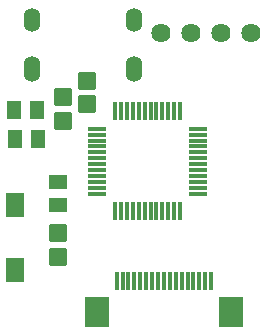
<source format=gts>
G04 Layer: TopSolderMaskLayer*
G04 EasyEDA v6.5.33, 2023-07-29 01:37:07*
G04 e2284e44ffa54268a608bda52510a791,d031c0a8eb424844af7c2e53bc7358ee,10*
G04 Gerber Generator version 0.2*
G04 Scale: 100 percent, Rotated: No, Reflected: No *
G04 Dimensions in millimeters *
G04 leading zeros omitted , absolute positions ,4 integer and 5 decimal *
%FSLAX45Y45*%
%MOMM*%

%AMMACRO1*1,1,$1,$2,$3*1,1,$1,$4,$5*1,1,$1,0-$2,0-$3*1,1,$1,0-$4,0-$5*20,1,$1,$2,$3,$4,$5,0*20,1,$1,$4,$5,0-$2,0-$3,0*20,1,$1,0-$2,0-$3,0-$4,0-$5,0*20,1,$1,0-$4,0-$5,$2,$3,0*4,1,4,$2,$3,$4,$5,0-$2,0-$3,0-$4,0-$5,$2,$3,0*%
%ADD10O,1.6000222X0.3700272*%
%ADD11O,0.3700272X1.6000222*%
%ADD12C,1.6256*%
%ADD13MACRO1,0.1016X0.6884X-0.5662X-0.6884X-0.5662*%
%ADD14MACRO1,0.1016X0.6884X0.5662X-0.6884X0.5662*%
%ADD15MACRO1,0.1016X-0.5663X-0.6885X-0.5663X0.6885*%
%ADD16MACRO1,0.1016X0.5662X-0.6885X0.5662X0.6885*%
%ADD17MACRO1,0.1016X0.5662X0.6885X0.5662X-0.6885*%
%ADD18MACRO1,0.1016X-0.5663X0.6885X-0.5663X-0.6885*%
%ADD19MACRO1,0.1016X-0.7X-1X-0.7X1*%
%ADD20MACRO1,0.1016X-0.7X-1.0001X-0.7X1.0001*%
%ADD21MACRO1,0.1016X-0.15X0.7X0.15X0.7*%
%ADD22MACRO1,0.1016X-1X1.2501X1X1.2501*%
%ADD23MACRO1,0.1016X-1X1.25X1X1.25*%
%ADD24MACRO1,0.1016X-0.1501X0.7X0.1501X0.7*%
%ADD25MACRO1,0.1016X0.675X-0.705X-0.675X-0.705*%
%ADD26MACRO1,0.1016X0.675X0.705X-0.675X0.705*%
%ADD27O,1.4031976X2.0031963999999998*%
%ADD28O,1.4031976X2.2031959999999997*%

%LPD*%
D10*
G01*
X14808606Y7197775D03*
G01*
X14808606Y7147763D03*
G01*
X14808606Y7097776D03*
G01*
X14808606Y7047763D03*
G01*
X14808606Y6997776D03*
G01*
X14808606Y6947763D03*
G01*
X14808606Y6897776D03*
G01*
X14808606Y6847763D03*
G01*
X14808606Y6797776D03*
G01*
X14808606Y6747763D03*
G01*
X14808606Y6697776D03*
G01*
X14808606Y6647764D03*
D11*
G01*
X14958593Y6497777D03*
G01*
X15008606Y6497777D03*
G01*
X15058593Y6497777D03*
G01*
X15108605Y6497777D03*
G01*
X15158593Y6497777D03*
G01*
X15208605Y6497777D03*
G01*
X15258592Y6497777D03*
G01*
X15308605Y6497777D03*
G01*
X15358592Y6497777D03*
G01*
X15408605Y6497777D03*
G01*
X15458592Y6497777D03*
G01*
X15508604Y6497777D03*
D10*
G01*
X15658591Y6647764D03*
G01*
X15658591Y6697776D03*
G01*
X15658591Y6747763D03*
G01*
X15658591Y6797776D03*
G01*
X15658591Y6847763D03*
G01*
X15658591Y6897776D03*
G01*
X15658591Y6947763D03*
G01*
X15658591Y6997776D03*
G01*
X15658591Y7047763D03*
G01*
X15658591Y7097776D03*
G01*
X15658591Y7147763D03*
G01*
X15658591Y7197775D03*
D11*
G01*
X15508604Y7347762D03*
G01*
X15458592Y7347762D03*
G01*
X15408605Y7347762D03*
G01*
X15358592Y7347762D03*
G01*
X15308605Y7347762D03*
G01*
X15258592Y7347762D03*
G01*
X15208605Y7347762D03*
G01*
X15158593Y7347762D03*
G01*
X15108605Y7347762D03*
G01*
X15058593Y7347762D03*
G01*
X15008606Y7347762D03*
G01*
X14958593Y7347762D03*
D12*
G01*
X16112967Y8007009D03*
G01*
X15858967Y8007009D03*
G01*
X15604967Y8007009D03*
G01*
X15350967Y8007009D03*
D13*
G01*
X14470971Y6749986D03*
D14*
G01*
X14470971Y6549981D03*
D15*
G01*
X14298590Y7353979D03*
D16*
G01*
X14105338Y7353979D03*
D17*
G01*
X14109339Y7107993D03*
D18*
G01*
X14302591Y7107993D03*
D19*
G01*
X14112872Y6005808D03*
D20*
G01*
X14113074Y6556166D03*
D21*
G01*
X14971598Y5906550D03*
G01*
X15021598Y5906550D03*
G01*
X15071595Y5906550D03*
G01*
X15121600Y5906550D03*
G01*
X15171600Y5906550D03*
G01*
X15221600Y5906550D03*
D22*
G01*
X15941600Y5649052D03*
D23*
G01*
X14801604Y5649004D03*
D21*
G01*
X15271589Y5906550D03*
G01*
X15321589Y5906550D03*
G01*
X15371599Y5906550D03*
G01*
X15421594Y5906550D03*
G01*
X15471592Y5906550D03*
G01*
X15521592Y5906550D03*
G01*
X15571604Y5906550D03*
G01*
X15621599Y5906550D03*
D24*
G01*
X15671598Y5906550D03*
D21*
G01*
X15721606Y5906550D03*
G01*
X15771606Y5906550D03*
D25*
G01*
X14474967Y6317982D03*
D26*
G01*
X14474967Y6111984D03*
D25*
G01*
X14719294Y7605703D03*
D26*
G01*
X14719294Y7405695D03*
D25*
G01*
X14516105Y7465994D03*
D26*
G01*
X14516105Y7265992D03*
D27*
G01*
X14252978Y8122452D03*
G01*
X15116982Y8122452D03*
D28*
G01*
X15116982Y7704444D03*
G01*
X14252978Y7704444D03*
M02*

</source>
